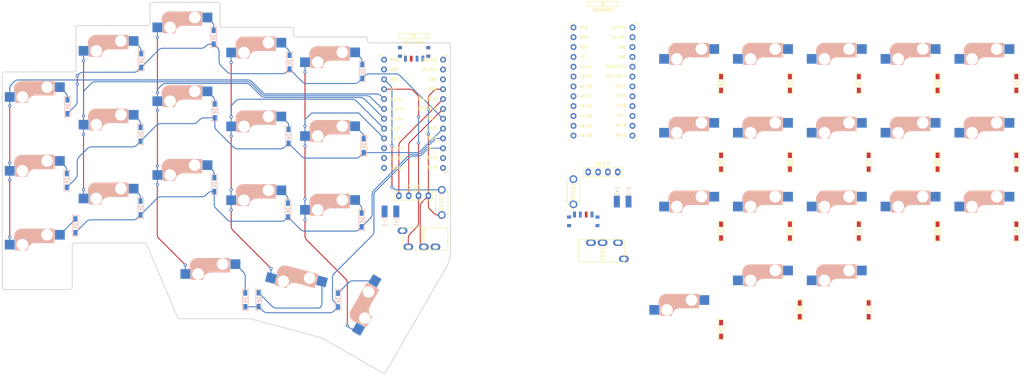
<source format=kicad_pcb>
(kicad_pcb (version 20211014) (generator pcbnew)
  (layers (0 "F.Cu" signal) (31 "B.Cu" signal) (34 "B.Paste" user) (35 "F.Paste" user) (36 "B.SilkS" user "B.Silkscreen") (37 "F.SilkS" user "F.Silkscreen") (38 "B.Mask" user) (39 "F.Mask" user) (44 "Edge.Cuts" user))
  (net 0 "")
  (net 1 "reset_r")
  (net 2 "GNDA")
  (net 3 "reset")
  (net 4 "GND")
  (net 5 "LED_r")
  (net 6 "data_r")
  (net 7 "SDA_r")
  (net 8 "SCL_r")
  (net 9 "row0_r")
  (net 10 "row1_r")
  (net 11 "row2_r")
  (net 12 "row3_r")
  (net 17 "col5_r")
  (net 18 "col4_r")
  (net 19 "col3_r")
  (net 20 "col2_r")
  (net 21 "col1_r")
  (net 22 "col0_r")
  (net 23 "VDD")
  (net 24 "raw_r")
  (net 25 "LED")
  (net 26 "data")
  (net 27 "SDA")
  (net 28 "SCL")
  (net 29 "row0")
  (net 30 "row1")
  (net 31 "row2")
  (net 32 "row3")
  (net 37 "col5")
  (net 38 "col4")
  (net 39 "col3")
  (net 40 "col2")
  (net 41 "col1")
  (net 42 "col0")
  (net 43 "VCC")
  (net 44 "raw")
  (net 45 "Net-(BT1-Pad2)")
  (net 47 "Net-(BT2-Pad2)")
  (net 51 "Net-(D3-Pad2)")
  (net 52 "Net-(D4-Pad2)")
  (net 53 "Net-(D5-Pad2)")
  (net 54 "Net-(D6-Pad2)")
  (net 55 "Net-(D7-Pad2)")
  (net 56 "Net-(D8-Pad2)")
  (net 57 "Net-(D19-Pad2)")
  (net 58 "Net-(D10-Pad2)")
  (net 59 "Net-(D11-Pad2)")
  (net 60 "Net-(D12-Pad2)")
  (net 61 "Net-(D13-Pad2)")
  (net 62 "Net-(D14-Pad2)")
  (net 63 "Net-(D15-Pad2)")
  (net 64 "Net-(D16-Pad2)")
  (net 65 "Net-(D17-Pad2)")
  (net 66 "Net-(D18-Pad2)")
  (net 67 "Net-(D20-Pad2)")
  (net 68 "Net-(D21-Pad2)")
  (net 69 "Net-(D22-Pad2)")
  (net 70 "Net-(D23-Pad2)")
  (net 71 "Net-(D24-Pad2)")
  (net 72 "Net-(D25-Pad2)")
  (net 73 "Net-(D26-Pad2)")
  (net 74 "Net-(D27-Pad2)")
  (net 75 "Net-(D28-Pad2)")
  (net 76 "Net-(D29-Pad2)")
  (net 77 "Net-(D30-Pad2)")
  (net 78 "Net-(D32-Pad2)")
  (net 79 "Net-(D33-Pad2)")
  (net 80 "Net-(D34-Pad2)")
  (net 81 "Net-(D35-Pad2)")
  (net 82 "Net-(D36-Pad2)")
  (net 83 "Net-(D31-Pad2)")
  (net 84 "Net-(D9-Pad2)")
  (net 85 "Net-(D1-Pad2)")
  (net 86 "Net-(D2-Pad2)")
  (footprint "kbd:CherryMX_Hotswap" (layer "F.Cu") (at 231.14 127)
    (fp_text reference "SW36" hide)
    (fp_text value "SW_PUSH" hide)
  )
  (footprint "kbd:ResetSW_1side" (layer "F.Cu") (at 162.56 101.6 -90)
    (fp_text reference "RSW3" hide)
    (fp_text value "SW_PUSH")
  )
  (footprint "kbd:CherryMX_Hotswap" (layer "F.Cu") (at 24.177906 98.732747)
    (fp_text reference "SW6" hide)
    (fp_text value "SW_PUSH" hide)
  )
  (footprint "kbd:CherryMX_Hotswap" (layer "F.Cu") (at 212.09 88.9)
    (fp_text reference "SW25" hide)
    (fp_text value "SW_PUSH" hide)
  )
  (footprint "kbd:CherryMX_Hotswap" (layer "F.Cu") (at 100.377906 70.706636)
    (fp_text reference "SW5" hide)
    (fp_text value "SW_PUSH" hide)
  )
  (footprint "kbd:ProMicro_v3" (layer "F.Cu") (at 121.307537 81.99458)
    (fp_text reference "U1" hide)
    (fp_text value "ProMicro" hide)
  )
  (footprint "kbd:Battery_pads" (layer "F.Cu") (at 175.26 104.14)
    (fp_text reference "BT2" hide)
    (fp_text value "Battery_Cell")
  )
  (footprint "kbd:OLED_1side" (layer "F.Cu") (at 117.507537 102.631859)
    (fp_text reference "J2")
    (fp_text value "OLED" hide)
  )
  (footprint "kbd:CherryMX_Hotswap" (layer "F.Cu") (at 43.227906 86.825516)
    (fp_text reference "SW7" hide)
    (fp_text value "SW_PUSH" hide)
  )
  (footprint "kbd:CherryMX_Hotswap" (layer "F.Cu") (at 81.327906 68.209691)
    (fp_text reference "SW4" hide)
    (fp_text value "SW_PUSH" hide)
  )
  (footprint "kbd:D3_SMD_v2" (layer "F.Cu") (at 276.86 73.66 90)
    (fp_text reference "D23" hide)
    (fp_text value "D" hide)
  )
  (footprint "kbd:ResetSW_1side" (layer "F.Cu") (at 128.587502 104.351672 90)
    (fp_text reference "RSW1" hide)
    (fp_text value "SW_PUSH")
  )
  (footprint "kbd:OLED_1side" (layer "F.Cu") (at 166.38 96.52)
    (fp_text reference "J4")
    (fp_text value "OLED" hide)
  )
  (footprint "kbd:D3_SMD_v2" (layer "F.Cu") (at 256.54 93.98 90)
    (fp_text reference "D27" hide)
    (fp_text value "D" hide)
  )
  (footprint "kbd:D3_SMD_v2" (layer "F.Cu") (at 238.76 93.98 90)
    (fp_text reference "D26" hide)
    (fp_text value "D" hide)
  )
  (footprint "kbd:CherryMX_Hotswap" (layer "F.Cu") (at 231.14 69.85)
    (fp_text reference "SW21" hide)
    (fp_text value "SW_PUSH" hide)
  )
  (footprint "kbd:CherryMX_Hotswap" (layer "F.Cu") (at 62.277906 80.76396)
    (fp_text reference "SW8" hide)
    (fp_text value "SW_PUSH" hide)
  )
  (footprint "kbd:MJ-4PP-9_1side" (layer "F.Cu") (at 130.251459 113.744369 -90)
    (fp_text reference "J1")
    (fp_text value "MJ-4PP-9" hide)
  )
  (footprint "kbd:CherryMX_Hotswap_1.5u" (layer "F.Cu") (at 112.808371 132.18591 60)
    (fp_text reference "SW18" hide)
    (fp_text value "SW_PUSH" hide)
  )
  (footprint "kbd:CherryMX_Hotswap" (layer "F.Cu") (at 212.09 69.85)
    (fp_text reference "SW20" hide)
    (fp_text value "SW_PUSH" hide)
  )
  (footprint "kbd:D3_SMD_v2" (layer "F.Cu") (at 218.44 73.66 90)
    (fp_text reference "D20" hide)
    (fp_text value "D" hide)
  )
  (footprint "kbd:CherryMX_Hotswap" (layer "F.Cu") (at 193.04 88.9)
    (fp_text reference "SW24" hide)
    (fp_text value "SW_PUSH" hide)
  )
  (footprint "kbd:D3_SMD_v2" (layer "F.Cu") (at 200.66 137.16 90)
    (fp_text reference "D34" hide)
    (fp_text value "D" hide)
  )
  (footprint "kbd:CherryMX_Hotswap" (layer "F.Cu") (at 100.377906 89.756636)
    (fp_text reference "SW10" hide)
    (fp_text value "SW_PUSH" hide)
  )
  (footprint "kbd:CherryMX_Hotswap" (layer "F.Cu") (at 250.19 107.95)
    (fp_text reference "SW32" hide)
    (fp_text value "SW_PUSH" hide)
  )
  (footprint "kbd:ProMicro_v3" (layer "F.Cu") (at 170.18 73.66)
    (fp_text reference "U2" hide)
    (fp_text value "ProMicro" hide)
  )
  (footprint "kbd:D3_SMD_v2" (layer "F.Cu") (at 236.22 111.76 90)
    (fp_text reference "D31" hide)
    (fp_text value "D" hide)
  )
  (footprint "kbd:CherryMX_Hotswap" (layer "F.Cu") (at 269.24 88.9)
    (fp_text reference "SW28" hide)
    (fp_text value "SW_PUSH" hide)
  )
  (footprint "kbd:CherryMX_Hotswap" (layer "F.Cu") (at 193.04 69.85)
    (fp_text reference "SW19" hide)
    (fp_text value "SW_PUSH" hide)
  )
  (footprint "kbd:CherryMX_Hotswap" (layer "F.Cu") (at 100.377906 108.806636)
    (fp_text reference "SW15" hide)
    (fp_text value "SW_PUSH" hide)
  )
  (footprint "kbd:CherryMX_Hotswap" (layer "F.Cu") (at 250.19 69.85)
    (fp_text reference "SW22" hide)
    (fp_text value "SW_PUSH" hide)
  )
  (footprint "kbd:CherryMX_Hotswap_1.5u" (layer "F.Cu") (at 190.5 134.62)
    (fp_text reference "SW34" hide)
    (fp_text value "SW_PUSH" hide)
  )
  (footprint "kbd:CherryMX_Hotswap" (layer "F.Cu") (at 231.14 107.95)
    (fp_text reference "SW31" hide)
    (fp_text value "SW_PUSH" hide)
  )
  (footprint "kbd:CherryMX_Hotswap" (layer "F.Cu") (at 269.24 107.95)
    (fp_text reference "SW33" hide)
    (fp_text value "SW_PUSH" hide)
  )
  (footprint "kbd:D3_SMD_v2" (layer "F.Cu") (at 276.86 111.76 90)
    (fp_text reference "D33" hide)
    (fp_text value "D" hide)
  )
  (footprint "kbd:D3_SMD_v2" (layer "F.Cu") (at 256.54 111.76 90)
    (fp_text reference "D32" hide)
    (fp_text value "D" hide)
  )
  (footprint "kbd:CherryMX_Hotswap" (layer "F.Cu") (at 231.14 88.9)
    (fp_text reference "SW26" hide)
    (fp_text value "SW_PUSH" hide)
  )
  (footprint "kbd:CherryMX_Hotswap" (layer "F.Cu") (at 62.277906 99.81396)
    (fp_text reference "SW13" hide)
    (fp_text value "SW_PUSH" hide)
  )
  (footprint "kbd:CherryMX_Hotswap" (layer "F.Cu") (at 250.19 88.9)
    (fp_text reference "SW27" hide)
    (fp_text value "SW_PUSH" hide)
  )
  (footprint "kbd:D3_SMD_v2" (layer "F.Cu") (at 276.86 93.98 90)
    (fp_text reference "D28" hide)
    (fp_text value "D" hide)
  )
  (footprint "kbd:D3_SMD_v2" (layer "F.Cu") (at 200.66 93.98 90)
    (fp_text reference "D24" hide)
    (fp_text value "D" hide)
  )
  (footprint "kbd:D3_SMD_v2" (layer "F.Cu") (at 220.98 132.08 90)
    (fp_text reference "D35" hide)
    (fp_text value "D" hide)
  )
  (footprint "kbd:CherryMX_Hotswap" (layer "F.Cu") (at 24.177906 79.682747)
    (fp_text reference "SW1" hide)
    (fp_text value "SW_PUSH" hide)
  )
  (footprint "kbd:CherryMX_Hotswap" (layer "F.Cu") (at 90.700867 128.14131 -15)
    (fp_text reference "SW17" hide)
    (fp_text value "SW_PUSH" hide)
  )
  (footprint "kbd:Power" (layer "F.Cu") (at 165.1 109.22)
    (fp_text reference "RSW4" hide)
    (fp_text value "SW_SPDT")
  )
  (footprint "kbd:CherryMX_Hotswap" (layer "F.Cu") (at 43.227906 105.875516)
    (fp_text reference "SW12" hide)
    (fp_text value "SW_PUSH" hide)
  )
  (footprint "kbd:CherryMX_Hotswap" (layer "F.Cu") (at 43.227906 67.775516)
    (fp_text reference "SW2" hide)
    (fp_text value "SW_PUSH" hide)
  )
  (footprint "kbd:D3_SMD_v2" (layer "F.Cu") (at 200.66 111.76 90)
    (fp_text reference "D29" hide)
    (fp_text value "D" hide)
  )
  (footprint "kbd:CherryMX_Hotswap" (layer "F.Cu") (at 69.49344 125.358484)
    (fp_text reference "SW16" hide)
    (fp_text value "SW_PUSH" hide)
  )
  (footprint "kbd:D3_SMD_v2" (layer "F.Cu") (at 238.76 132.08 90)
    (fp_text reference "D36" hide)
    (fp_text value "D" hide)
  )
  (footprint "kbd:CherryMX_Hotswap" (layer "F.Cu") (at 212.09 127)
    (fp_text reference "SW35" hide)
    (fp_text value "SW_PUSH" hide)
  )
  (footprint "kbd:CherryMX_Hotswap" (layer "F.Cu") (at 81.327906 87.259691)
    (fp_text reference "SW9" hide)
    (fp_text value "SW_PUSH" hide)
  )
  (footprint "kbd:D3_SMD_v2" (layer "F.Cu") (at 256.54 73.66 90)
    (fp_text reference "D22" hide)
    (fp_text value "D" hide)
  )
  (footprint "kbd:D3_SMD_v2" (layer "F.Cu") (at 236.22 73.66 90)
    (fp_text reference "D21" hide)
    (fp_text value "D" hide)
  )
  (footprint "kbd:CherryMX_Hotswap" (layer "F.Cu") (at 212.09 107.95)
    (fp_text reference "SW30" hide)
    (fp_text value "SW_PUSH" hide)
  )
  (footprint "kbd:D3_SMD_v2" (layer "F.Cu") (at 218.44 93.98 90)
    (fp_text reference "D25" hide)
    (fp_text value "D" hide)
  )
  (footprint "kbd:CherryMX_Hotswap" (layer "F.Cu") (at 81.327906 106.309691)
    (fp_text reference "SW14" hide)
    (fp_text value "SW_PUSH" hide)
  )
  (footprint "kbd:CherryMX_Hotswap" (layer "F.Cu") (at 269.24 69.85)
    (fp_text reference "SW23" hide)
    (fp_text value "SW_PUSH" hide)
  )
  (footprint "kbd:Battery_pads" (layer "F.Cu") (at 115.34 106.68 180)
    (fp_text reference "BT1" hide)
    (fp_text value "Battery_Cell")
  )
  (footprint "kbd:CherryMX_Hotswap" (layer "F.Cu") (at 24.177906 117.782747)
    (fp_text reference "SW11" hide)
    (fp_text value "SW_PUSH" hide)
  )
  (footprint "kbd:CherryMX_Hotswap" (layer "F.Cu") (at 62.277906 61.71396)
    (fp_text reference "SW3" hide)
    (fp_text value "SW_PUSH" hide)
  )
  (footprint "kbd:D3_SMD_v2" (layer "F.Cu") (at 200.66 73.66 90)
    (fp_text reference "D19" hide)
    (fp_text value "D" hide)
  )
  (footprint "kbd:D3_SMD_v2" (layer "F.Cu") (at 218.44 111.76 90)
    (fp_text reference "D30" hide)
    (fp_text value "D" hide)
  )
  (footprint "kbd:MJ-4PP-9_1side" (layer "F.Cu") (at 163.78 116.84 90)
    (fp_text reference "J3")
    (fp_text value "MJ-4PP-9" hide)
  )
  (footprint "kbd:CherryMX_Hotswap" (layer "F.Cu") (at 193.04 107.95)
    (fp_text reference "SW29" hide)
    (fp_text value "SW_PUSH" hide)
  )
  (footprint "kbd:D3_SMD_v2" (layer "B.Cu") (at 50.993398 67.751557 90)
    (fp_text reference "D2" hide)
    (fp_text value "D" hide)
  )
  (footprint "kbd:D3_SMD_v2" (layer "B.Cu") (at 31.839267 98.692846 90)
    (fp_text reference "D6" hide)
    (fp_text value "D" hide)
  )
  (footprint "kbd:D3_SMD_v2" (layer "B.Cu") (at 69.879639 99.764406 90)
    (fp_text reference "D13" hide)
    (fp_text value "D" hide)
  )
  (footprint "kbd:Power" (layer "B.Cu") (at 121.450235 65.503036)
    (fp_text reference "RSW2" hide)
    (fp_text value "SW_SPDT")
  )
  (footprint "kbd:D3_SMD_v2" (layer "B.Cu") (at 69.745694 61.724034 90)
    (fp_text reference "D3" hide)
    (fp_text value "D" hide)
  )
  (footprint "kbd:D3_SMD_v2" (layer "B.Cu") (at 34.01221 110.390784 90)
    (fp_text reference "D11" hide)
    (fp_text value "D" hide)
  )
  (footprint "kbd:D3_SMD_v2" (layer "B.Cu") (at 88.899825 106.327709 90)
    (fp_text reference "D14" hide)
    (fp_text value "D" hide)
  )
  (footprint "kbd:D3_SMD_v2" (layer "B.Cu") (at 89.03377 87.307523 90)
    (fp_text reference "D9" hide)
    (fp_text value "D" hide)
  )
  (footprint "kbd:D3_SMD_v2" (layer "B.Cu") (at 108.053956 70.564402 90)
    (fp_text reference "D5" hide)
    (fp_text value "D" hide)
  )
  (footprint "kbd:D3_SMD_v2" (layer "B.Cu") (at 70.013584 80.74422 90)
    (fp_text reference "D8" hide)
    (fp_text value "D" hide)
  )
  (footprint "kbd:D3_SMD_v2" (layer "B.Cu") (at 89.30166 68.153392 90)
    (fp_text reference "D4" hide)
    (fp_text value "D" hide)
  )
  (footprint "kbd:D3_SMD_v2" (layer "B.Cu") (at 50.859453 105.791929 90)
    (fp_text reference "D12" hide)
    (fp_text value "D" hide)
  )
  (footprint "kbd:D3_SMD_v2" (layer "B.Cu") (at 31.973212 79.67266 90)
    (fp_text reference "D1" hide)
    (fp_text value "D" hide)
  )
  (footprint "kbd:D3_SMD_v2" (layer "B.Cu") (at 107.920011 108.872664 90)
    (fp_text reference "D15" hide)
    (fp_text value "D" hide)
  )
  (footprint "kbd:D3_SMD_v2" (layer "B.Cu") (at 108.45579 89.718533 90)
    (fp_text reference "D10" hide)
    (fp_text value "D" hide)
  )
  (footprint "kbd:D3_SMD_v2" (layer "B.Cu") (at 81.319693 129.440794 90)
    (fp_text reference "D17" hide)
    (fp_text value "D" hide)
  )
  (footprint "kbd:D3_SMD_v2" (layer "B.Cu") (at 101.804724 129.559798 90)
    (fp_text reference "D18" hide)
    (fp_text value "D" hide)
  )
  (footprint "kbd:D3_SMD_v2" (layer "B.Cu") (at 77.86689 129.500325 90)
    (fp_text reference "D16" hide)
    (fp_text value "D" hide)
  )
  (footprint "kbd:D3_SMD_v2" (layer "B.Cu") (at 50.859453 86.771743 90)
    (fp_text reference "D7" hide)
    (fp_text value "D" hide)
  )
  (gr_arc (start 71.821123 59.172492) (mid 71.46757 59.026046) (end 71.321124 58.672493) (layer "Edge.Cuts") (width 0.2))
  (gr_line (start 43.246124 114.822492) (end 33.721124 114.822492) (layer "Edge.Cuts") (width 0.2))
  (gr_arc (start 53.271124 53.172493) (mid 53.417571 52.81894) (end 53.771124 52.672493) (layer "Edge.Cuts") (width 0.2))
  (gr_line (start 33.221125 115.322492) (end 33.221125 126.322493) (layer "Edge.Cuts") (width 0.2))
  (gr_line (start 81.346124 59.172493) (end 89.871124 59.172493) (layer "Edge.Cuts") (width 0.2))
  (gr_line (start 109.421124 62.172493) (end 109.421124 62.672493) (layer "Edge.Cuts") (width 0.2))
  (gr_line (start 97.446561 139.268921) (end 88.436868 136.854781) (layer "Edge.Cuts") (width 0.2))
  (gr_line (start 88.436868 136.854781) (end 79.427174 134.440641) (layer "Edge.Cuts") (width 0.2))
  (gr_arc (start 130.839125 117.02803) (mid 130.566532 119.098583) (end 129.767328 121.02803) (layer "Edge.Cuts") (width 0.2))
  (gr_line (start 32.721125 126.822493) (end 24.196124 126.822493) (layer "Edge.Cuts") (width 0.2))
  (gr_line (start 71.821124 59.172493) (end 81.346124 59.172493) (layer "Edge.Cuts") (width 0.2))
  (gr_line (start 78.909536 134.372493) (end 69.582015 134.372493) (layer "Edge.Cuts") (width 0.2))
  (gr_line (start 24.196124 126.822493) (end 15.671124 126.822493) (layer "Edge.Cuts") (width 0.2))
  (gr_line (start 62.296124 52.672493) (end 70.821124 52.672493) (layer "Edge.Cuts") (width 0.2))
  (gr_arc (start 108.921124 61.672493) (mid 109.274677 61.81894) (end 109.421124 62.172493) (layer "Edge.Cuts") (width 0.2))
  (gr_arc (start 34.221124 59.172493) (mid 34.367571 58.81894) (end 34.721124 58.672493) (layer "Edge.Cuts") (width 0.2))
  (gr_line (start 51.939985 114.822492) (end 43.246124 114.822492) (layer "Edge.Cuts") (width 0.2))
  (gr_arc (start 60.888155 134.372493) (mid 60.612073 134.28936) (end 60.427796 134.067607) (layer "Edge.Cuts") (width 0.2))
  (gr_arc (start 33.221125 126.322493) (mid 33.074678 126.676046) (end 32.721125 126.822493) (layer "Edge.Cuts") (width 0.2))
  (gr_arc (start 97.446561 139.268921) (mid 97.69429 139.353014) (end 97.928923 139.468722) (layer "Edge.Cuts") (width 0.2))
  (gr_line (start 34.221124 70.172493) (end 34.221124 59.172493) (layer "Edge.Cuts") (width 0.2))
  (gr_arc (start 70.821124 52.672493) (mid 71.174677 52.81894) (end 71.321124 53.172493) (layer "Edge.Cuts") (width 0.2))
  (gr_arc (start 51.939984 114.822493) (mid 52.216067 114.905625) (end 52.400344 115.127378) (layer "Edge.Cuts") (width 0.2))
  (gr_line (start 113.38966 148.394983) (end 97.928923 139.468722) (layer "Edge.Cuts") (width 0.2))
  (gr_line (start 24.196124 70.672493) (end 33.721124 70.672493) (layer "Edge.Cuts") (width 0.2))
  (gr_line (start 53.271124 58.172493) (end 53.271124 53.172493) (layer "Edge.Cuts") (width 0.2))
  (gr_line (start 53.771124 52.672493) (end 62.296124 52.672493) (layer "Edge.Cuts") (width 0.2))
  (gr_arc (start 15.671124 126.822493) (mid 15.317571 126.676046) (end 15.171124 126.322493) (layer "Edge.Cuts") (width 0.2))
  (gr_line (start 90.371124 59.672493) (end 90.371124 61.172493) (layer "Edge.Cuts") (width 0.2))
  (gr_line (start 43.246124 58.672493) (end 52.771125 58.672493) (layer "Edge.Cuts") (width 0.2))
  (gr_arc (start 15.171124 71.172493) (mid 15.317571 70.81894) (end 15.671124 70.672493) (layer "Edge.Cuts") (width 0.2))
  (gr_arc (start 89.871124 59.172493) (mid 90.224677 59.31894) (end 90.371124 59.672493) (layer "Edge.Cuts") (width 0.2))
  (gr_line (start 130.839124 63.67469) (end 130.839124 117.02803) (layer "Edge.Cuts") (width 0.2))
  (gr_line (start 100.396124 61.672493) (end 108.921124 61.672493) (layer "Edge.Cuts") (width 0.2))
  (gr_arc (start 90.871124 61.672493) (mid 90.517571 61.526046) (end 90.371124 61.172493) (layer "Edge.Cuts") (width 0.2))
  (gr_line (start 109.921174 63.172493) (end 130.339178 63.17469) (layer "Edge.Cuts") (width 0.2))
  (gr_arc (start 109.921174 63.172493) (mid 109.567588 63.026064) (end 109.421124 62.672493) (layer "Edge.Cuts") (width 0.2))
  (gr_arc (start 130.339178 63.17469) (mid 130.692696 63.321156) (end 130.839124 63.67469) (layer "Edge.Cuts") (width 0.2))
  (gr_line (start 15.171124 126.322493) (end 15.171124 71.172494) (layer "Edge.Cuts") (width 0.2))
  (gr_arc (start 53.271125 58.172493) (mid 53.124678 58.526046) (end 52.771125 58.672493) (layer "Edge.Cuts") (width 0.2))
  (gr_line (start 15.671124 70.672493) (end 24.196124 70.672493) (layer "Edge.Cuts") (width 0.2))
  (gr_line (start 69.582015 134.372493) (end 60.888155 134.372493) (layer "Edge.Cuts") (width 0.2))
  (gr_line (start 60.427796 134.067607) (end 52.400344 115.127378) (layer "Edge.Cuts") (width 0.2))
  (gr_arc (start 114.072673 148.21197) (mid 113.76907 148.444933) (end 113.38966 148.394983) (layer "Edge.Cuts") (width 0.2))
  (gr_line (start 71.321124 53.172493) (end 71.321124 58.672493) (layer "Edge.Cuts") (width 0.2))
  (gr_line (start 90.871124 61.672493) (end 100.396124 61.672493) (layer "Edge.Cuts") (width 0.2))
  (gr_line (start 34.721124 58.672493) (end 43.246124 58.672493) (layer "Edge.Cuts") (width 0.2))
  (gr_line (start 129.767328 121.02803) (end 114.072673 148.21197) (layer "Edge.Cuts") (width 0.2))
  (gr_arc (start 33.221125 115.322493) (mid 33.367571 114.968939) (end 33.721124 114.822492) (layer "Edge.Cuts") (width 0.2))
  (gr_arc (start 78.909536 134.372493) (mid 79.170588 134.389603) (end 79.427174 134.440641) (layer "Edge.Cuts") (width 0.2))
  (gr_arc (start 34.221123 70.172494) (mid 34.074677 70.526047) (end 33.721124 70.672493) (layer "Edge.Cuts") (width 0.2))
  (segment (start 115.728772 100.409345) (end 115.728772 89.693747) (width 0.25) (layer "F.Cu") (net 3))
  (via (at 115.728772 100.409345) (size 0.8) (drill 0.4) (layers "F.Cu" "B.Cu") (net 3))
  (via (at 115.728772 89.693747) (size 0.8) (drill 0.4) (layers "F.Cu" "B.Cu") (net 3))
  (segment (start 128.587502 101.101672) (end 117.042419 101.101672) (width 0.25) (layer "B.Cu") (net 3))
  (segment (start 115.728772 89.693747) (end 115.728772 75.247735) (width 0.25) (layer "B.Cu") (net 3))
  (segment (start 115.289432 74.187075) (end 113.698937 72.59658) (width 0.25) (layer "B.Cu") (net 3))
  (segment (start 115.981759 100.662332) (end 115.728772 100.409345) (width 0.25) (layer "B.Cu") (net 3))
  (arc (start 115.289432 74.187075) (mid 115.614591 74.67371) (end 115.728772 75.247735) (width 0.25) (layer "B.Cu") (net 3))
  (arc (start 115.981759 100.662332) (mid 116.468394 100.987491) (end 117.042419 101.101672) (width 0.25) (layer "B.Cu") (net 3))
  (segment (start 123.476397 115.369307) (end 123.951459 115.844369) (width 0.25) (layer "F.Cu") (net 4))
  (segment (start 125.127537 102.631859) (end 124.46 103.299396) (width 0.25) (layer "F.Cu") (net 4))
  (segment (start 125.574006 76.475065) (end 126.473151 75.57592) (width 0.25) (layer "F.Cu") (net 4))
  (segment (start 125.127537 102.631859) (end 123.476397 104.282999) (width 0.25) (layer "F.Cu") (net 4))
  (segment (start 125.127537 86.764009) (end 125.134666 86.75688) (width 0.25) (layer "F.Cu") (net 4))
  (segment (start 123.037057 105.343659) (end 123.037057 114.308647) (width 0.25) (layer "F.Cu") (net 4))
  (segment (start 127.605907 107.601672) (end 128.587502 107.601672) (width 0.25) (layer "F.Cu") (net 4))
  (segment (start 125.127537 102.631859) (end 125.127537 86.764009) (width 0.25) (layer "F.Cu") (net 4))
  (segment (start 125.566877 106.183962) (end 126.545247 107.162332) (width 0.25) (layer "F.Cu") (net 4))
  (segment (start 125.134666 80.367209) (end 125.134666 77.535725) (width 0.25) (layer "F.Cu") (net 4))
  (segment (start 125.127537 102.631859) (end 125.127537 105.123302) (width 0.25) (layer "F.Cu") (net 4))
  (segment (start 127.533811 75.13658) (end 128.918937 75.13658) (width 0.25) (layer "F.Cu") (net 4))
  (via (at 125.134666 80.367209) (size 0.8) (drill 0.4) (layers "F.Cu" "B.Cu") (net 4))
  (via (at 125.127537 86.764009) (size 0.8) (drill 0.4) (layers "F.Cu" "B.Cu") (net 4))
  (arc (start 125.574006 76.475065) (mid 125.248847 76.9617) (end 125.134666 77.535725) (width 0.25) (layer "F.Cu") (net 4))
  (arc (start 126.473151 75.57592) (mid 126.959786 75.250761) (end 127.533811 75.13658) (width 0.25) (layer "F.Cu") (net 4))
  (arc (start 123.476397 115.369307) (mid 123.151238 114.882672) (end 123.037057 114.308647) (width 0.25) (layer "F.Cu") (net 4))
  (arc (start 126.545247 107.162332) (mid 127.031882 107.487491) (end 127.605907 107.601672) (width 0.25) (layer "F.Cu") (net 4))
  (arc (start 123.037057 105.343659) (mid 123.151238 104.769634) (end 123.476397 104.282999) (width 0.25) (layer "F.Cu") (net 4))
  (arc (start 125.566877 106.183962) (mid 125.241718 105.697327) (end 125.127537 105.123302) (width 0.25) (layer "F.Cu") (net 4))
  (segment (start 125.134666 86.75688) (end 125.134666 80.367209) (width 0.25) (layer "B.Cu") (net 4))
  (segment (start 125.127537 86.764009) (end 125.134666 86.75688) (width 0.25) (layer "B.Cu") (net 4))
  (segment (start 117.946877 88.64864) (end 128.918937 77.67658) (width 0.25) (layer "F.Cu") (net 27))
  (segment (start 117.507537 102.631859) (end 117.507537 89.7093) (width 0.25) (layer "F.Cu") (net 27))
  (arc (start 117.507537 89.7093) (mid 117.621718 89.135275) (end 117.946877 88.64864) (width 0.25) (layer "F.Cu") (net 27))
  (segment (start 120.486877 88.64864) (end 128.918937 80.21658) (width 0.25) (layer "F.Cu") (net 28))
  (segment (start 120.047537 102.631859) (end 120.047537 89.7093) (width 0.25) (layer "F.Cu") (net 28))
  (arc (start 120.486877 88.64864) (mid 120.161718 89.135275) (end 120.047537 89.7093) (width 0.25) (layer "F.Cu") (net 28))
  (segment (start 34.528134 71.635942) (end 34.528134 73.779062) (width 0.25) (layer "F.Cu") (net 29))
  (via (at 34.528134 73.779062) (size 0.8) (drill 0.4) (layers "F.Cu" "B.Cu") (net 29))
  (via (at 34.528134 71.635942) (size 0.8) (drill 0.4) (layers "F.Cu" "B.Cu") (net 29))
  (segment (start 108.053956 72.339402) (end 107.172698 73.22066) (width 0.25) (layer "B.Cu") (net 29))
  (segment (start 128.918937 82.75658) (end 117.775055 71.612698) (width 0.25) (layer "B.Cu") (net 29))
  (segment (start 34.488446 73.81875) (end 34.488446 78.311106) (width 0.25) (layer "B.Cu") (net 29))
  (segment (start 87.488732 71.12) (end 74.246083 71.12) (width 0.25) (layer "B.Cu") (net 29))
  (segment (start 108.78066 71.612698) (end 108.053956 72.339402) (width 0.25) (layer "B.Cu") (net 29))
  (segment (start 70.68066 64.370364) (end 69.80933 63.499034) (width 0.25) (layer "B.Cu") (net 29))
  (segment (start 106.112038 73.66) (end 93.654588 73.66) (width 0.25) (layer "B.Cu") (net 29))
  (segment (start 73.185423 70.68066) (end 71.55934 69.054577) (width 0.25) (layer "B.Cu") (net 29))
  (segment (start 50.993398 69.526557) (end 50.196482 70.323473) (width 0.25) (layer "B.Cu") (net 29))
  (segment (start 89.30166 69.928392) (end 88.549392 70.68066) (width 0.25) (layer "B.Cu") (net 29))
  (segment (start 34.528134 73.779062) (end 34.488446 73.81875) (width 0.25) (layer "B.Cu") (net 29))
  (segment (start 71.12 67.993917) (end 71.12 65.431024) (width 0.25) (layer "B.Cu") (net 29))
  (segment (start 69.745694 63.499034) (end 68.845111 63.499034) (width 0.25) (layer "B.Cu") (net 29))
  (segment (start 55.509036 65.010919) (end 50.993398 69.526557) (width 0.25) (layer "B.Cu") (net 29))
  (segment (start 69.80933 63.499034) (end 69.745694 63.499034) (width 0.25) (layer "B.Cu") (net 29))
  (segment (start 92.593928 73.22066) (end 89.30166 69.928392) (width 0.25) (layer "B.Cu") (net 29))
  (segment (start 116.714395 71.173358) (end 109.84132 71.173358) (width 0.25) (layer "B.Cu") (net 29))
  (segment (start 34.049106 79.371766) (end 31.973212 81.44766) (width 0.25) (layer "B.Cu") (net 29))
  (segment (start 67.784451 63.938374) (end 67.590586 64.132239) (width 0.25) (layer "B.Cu") (net 29))
  (segment (start 34.961923 71.202153) (end 34.528134 71.635942) (width 0.25) (layer "B.Cu") (net 29))
  (segment (start 66.529926 64.571579) (end 56.569696 64.571579) (width 0.25) (layer "B.Cu") (net 29))
  (segment (start 49.135822 70.762813) (end 36.022583 70.762813) (width 0.25) (layer "B.Cu") (net 29))
  (arc (start 68.845111 63.499034) (mid 68.271086 63.613215) (end 67.784451 63.938374) (width 0.25) (layer "B.Cu") (net 29))
  (arc (start 108.78066 71.612698) (mid 109.267295 71.287539) (end 109.84132 71.173358) (width 0.25) (layer "B.Cu") (net 29))
  (arc (start 87.488732 71.12) (mid 88.062757 71.005819) (end 88.549392 70.68066) (width 0.25) (layer "B.Cu") (net 29))
  (arc (start 34.049106 79.371766) (mid 34.374265 78.885131) (end 34.488446 78.311106) (width 0.25) (layer "B.Cu") (net 29))
  (arc (start 56.569696 64.571579) (mid 55.995671 64.68576) (end 55.509036 65.010919) (width 0.25) (layer "B.Cu") (net 29))
  (arc (start 116.714395 71.173358) (mid 117.28842 71.287539) (end 117.775055 71.612698) (width 0.25) (layer "B.Cu") (net 29))
  (arc (start 74.246083 71.12) (mid 73.672058 71.005819) (end 73.185423 70.68066) (width 0.25) (layer "B.Cu") (net 29))
  (arc (start 70.68066 64.370364) (mid 71.005819 64.856999) (end 71.12 65.431024) (width 0.25) (layer "B.Cu") (net 29))
  (arc (start 36.022583 70.762813) (mid 35.448558 70.876994) (end 34.961923 71.202153) (width 0.25) (layer "B.Cu") (net 29))
  (arc (start 93.654588 73.66) (mid 93.080563 73.545819) (end 92.593928 73.22066) (width 0.25) (layer "B.Cu") (net 29))
  (arc (start 49.135822 70.762813) (mid 49.709847 70.648632) (end 50.196482 70.323473) (width 0.25) (layer "B.Cu") (net 29))
  (arc (start 71.12 67.993917) (mid 71.234181 68.567942) (end 71.55934 69.054577) (width 0.25) (layer "B.Cu") (net 29))
  (arc (start 107.172698 73.22066) (mid 106.686063 73.545819) (end 106.112038 73.66) (width 0.25) (layer "B.Cu") (net 29))
  (arc (start 66.529926 64.571579) (mid 67.103951 64.457398) (end 67.590586 64.132239) (width 0.25) (layer "B.Cu") (net 29))
  (segment (start 108.45579 91.493533) (end 107.48023 92.469093) (width 0.25) (layer "B.Cu") (net 30))
  (segment (start 50.859453 88.546743) (end 49.834283 89.571913) (width 0.25) (layer "B.Cu") (net 30))
  (segment (start 89.03377 89.082523) (end 88.028444 90.087849) (width 0.25) (layer "B.Cu") (net 30))
  (segment (start 106.41957 92.908433) (end 93.481 92.908433) (width 0.25) (layer "B.Cu") (net 30))
  (segment (start 64.458153 84.018456) (end 56.00906 84.018456) (width 0.25) (layer "B.Cu") (net 30))
  (segment (start 34.078276 98.228837) (end 31.839267 100.467846) (width 0.25) (layer "B.Cu") (net 30))
  (segment (start 66.139369 82.95856) (end 65.518813 83.579116) (width 0.25) (layer "B.Cu") (net 30))
  (segment (start 34.517616 93.688503) (end 34.517616 97.168177) (width 0.25) (layer "B.Cu") (net 30))
  (segment (start 37.134206 90.450593) (end 34.956956 92.627843) (width 0.25) (layer "B.Cu") (net 30))
  (segment (start 48.773623 90.011253) (end 38.194866 90.011253) (width 0.25) (layer "B.Cu") (net 30))
  (segment (start 74.847849 90.087849) (end 70.452924 85.692924) (width 0.25) (layer "B.Cu") (net 30))
  (segment (start 70.013584 82.51922) (end 67.200029 82.51922) (width 0.25) (layer "B.Cu") (net 30))
  (segment (start 70.013584 84.632264) (end 70.013584 82.51922) (width 0.25) (layer "B.Cu") (net 30))
  (segment (start 128.918937 85.29658) (end 123.161324 91.054193) (width 0.25) (layer "B.Cu") (net 30))
  (segment (start 122.100664 91.493533) (end 108.45579 91.493533) (width 0.25) (layer "B.Cu") (net 30))
  (segment (start 54.9484 84.457796) (end 50.859453 88.546743) (width 0.25) (layer "B.Cu") (net 30))
  (segment (start 92.42034 92.469093) (end 89.03377 89.082523) (width 0.25) (layer "B.Cu") (net 30))
  (segment (start 86.967784 90.527189) (end 75.908509 90.527189) (width 0.25) (layer "B.Cu") (net 30))
  (arc (start 67.200029 82.51922) (mid 66.626004 82.633401) (end 66.139369 82.95856) (width 0.25) (layer "B.Cu") (net 30))
  (arc (start 86.967784 90.527189) (mid 87.541809 90.413008) (end 88.028444 90.087849) (width 0.25) (layer "B.Cu") (net 30))
  (arc (start 106.41957 92.908433) (mid 106.993595 92.794252) (end 107.48023 92.469093) (width 0.25) (layer "B.Cu") (net 30))
  (arc (start 70.452924 85.692924) (mid 70.127765 85.206289) (end 70.013584 84.632264) (width 0.25) (layer "B.Cu") (net 30))
  (arc (start 93.481 92.908433) (mid 92.906975 92.794252) (end 92.42034 92.469093) (width 0.25) (layer "B.Cu") (net 30))
  (arc (start 64.458153 84.018456) (mid 65.032178 83.904275) (end 65.518813 83.579116) (width 0.25) (layer "B.Cu") (net 30))
  (arc (start 34.956956 92.627843) (mid 34.631797 93.114478) (end 34.517616 93.688503) (width 0.25) (layer "B.Cu") (net 30))
  (arc (start 37.134206 90.450593) (mid 37.620841 90.125434) (end 38.194866 90.011253) (width 0.25) (layer "B.Cu") (net 30))
  (arc (start 56.00906 84.018456) (mid 55.435035 84.132637) (end 54.9484 84.457796) (width 0.25) (layer "B.Cu") (net 30))
  (arc (start 48.773623 90.011253) (mid 49.347648 89.897072) (end 49.834283 89.571913) (width 0.25) (layer "B.Cu") (net 30))
  (arc (start 34.078276 98.228837) (mid 34.403435 97.742202) (end 34.517616 97.168177) (width 0.25) (layer "B.Cu") (net 30))
  (arc (start 123.161324 91.054193) (mid 122.674689 91.379352) (end 122.100664 91.493533) (width 0.25) (layer "B.Cu") (net 30))
  (arc (start 75.908509 90.527189) (mid 75.334484 90.413008) (end 74.847849 90.087849) (width 0.25) (layer "B.Cu") (net 30))
  (segment (start 128.918937 87.83658) (end 127.635975 87.83658) (width 0.25) (layer "B.Cu") (net 31))
  (segment (start 68.201254 101.978746) (end 67.729474 102.450526) (width 0.25) (layer "B.Cu") (net 31))
  (segment (start 69.879639 104.840786) (end 69.879639 101.539406) (width 0.25) (layer "B.Cu") (net 31))
  (segment (start 69.879639 101.539406) (end 69.261914 101.539406) (width 0.25) (layer "B.Cu") (net 31))
  (segment (start 48.962086 108.842976) (end 37.956338 108.842976) (width 0.25) (layer "B.Cu") (net 31))
  (segment (start 110.188458 108.379217) (end 107.920011 110.647664) (width 0.25) (layer "B.Cu") (net 31))
  (segment (start 88.899825 108.102709) (end 88.221874 108.78066) (width 0.25) (layer "B.Cu") (net 31))
  (segment (start 50.859453 107.566929) (end 50.022746 108.403636) (width 0.25) (layer "B.Cu") (net 31))
  (segment (start 92.117776 111.32066) (end 88.899825 108.102709) (width 0.25) (layer "B.Cu") (net 31))
  (segment (start 66.668814 102.889866) (end 56.157836 102.889866) (width 0.25) (layer "B.Cu") (net 31))
  (segment (start 55.097176 103.329206) (end 50.859453 107.566929) (width 0.25) (layer "B.Cu") (net 31))
  (segment (start 126.575315 88.27592) (end 123.347521 91.503713) (width 0.25) (layer "B.Cu") (net 31))
  (segment (start 110.627798 102.268758) (end 110.627798 107.318557) (width 0.25) (layer "B.Cu") (net 31))
  (segment (start 87.161214 109.22) (end 74.258853 109.22) (width 0.25) (layer "B.Cu") (net 31))
  (segment (start 73.198193 108.78066) (end 70.318979 105.901446) (width 0.25) (layer "B.Cu") (net 31))
  (segment (start 107.920011 110.647664) (end 107.247015 111.32066) (width 0.25) (layer "B.Cu") (net 31))
  (segment (start 36.895678 109.282316) (end 34.01221 112.165784) (width 0.25) (layer "B.Cu") (net 31))
  (segment (start 106.186355 111.76) (end 93.178436 111.76) (width 0.25) (layer "B.Cu") (net 31))
  (segment (start 122.286861 91.943053) (end 120.953503 91.943053) (width 0.25) (layer "B.Cu") (net 31))
  (segment (start 119.892843 92.382393) (end 111.067138 101.208098) (width 0.25) (layer "B.Cu") (net 31))
  (arc (start 93.178436 111.76) (mid 92.604411 111.645819) (end 92.117776 111.32066) (width 0.25) (layer "B.Cu") (net 31))
  (arc (start 122.286861 91.943053) (mid 122.860886 91.828872) (end 123.347521 91.503713) (width 0.25) (layer "B.Cu") (net 31))
  (arc (start 111.067138 101.208098) (mid 110.741979 101.694733) (end 110.627798 102.268758) (width 0.25) (layer "B.Cu") (net 31))
  (arc (start 37.956338 108.842976) (mid 37.382313 108.957157) (end 36.895678 109.282316) (width 0.25) (layer "B.Cu") (net 31))
  (arc (start 119.892843 92.382393) (mid 120.379478 92.057234) (end 120.953503 91.943053) (width 0.25) (layer "B.Cu") (net 31))
  (arc (start 87.161214 109.22) (mid 87.735239 109.105819) (end 88.221874 108.78066) (width 0.25) (layer "B.Cu") (net 31))
  (arc (start 67.729474 102.450526) (mid 67.242839 102.775685) (end 66.668814 102.889866) (width 0.25) (layer "B.Cu") (net 31))
  (arc (start 74.258853 109.22) (mid 73.684828 109.105819) (end 73.198193 108.78066) (width 0.25) (layer "B.Cu") (net 31))
  (arc (start 70.318979 105.901446) (mid 69.99382 105.414811) (end 69.879639 104.840786) (width 0.25) (layer "B.Cu") (net 31))
  (arc (start 55.097176 103.329206) (mid 55.583811 103.004047) (end 56.157836 102.889866) (width 0.25) (layer "B.Cu") (net 31))
  (arc (start 127.635975 87.83658) (mid 127.06195 87.950761) (end 126.575315 88.27592) (width 0.25) (layer "B.Cu") (net 31))
  (arc (start 110.627798 107.318557) (mid 110.513617 107.892582) (end 110.188458 108.379217) (width 0.25) (layer "B.Cu") (net 31))
  (arc (start 106.186355 111.76) (mid 106.76038 111.645819) (end 107.247015 111.32066) (width 0.25) (layer "B.Cu") (net 31))
  (arc (start 48.962086 108.842976) (mid 49.536111 108.728795) (end 50.022746 108.403636) (width 0.25) (layer "B.Cu") (net 31))
  (arc (start 68.201254 101.978746) (mid 68.687889 101.653587) (end 69.261914 101.539406) (width 0.25) (layer "B.Cu") (net 31))
  (segment (start 122.473058 92.392573) (end 121.198159 92.392573) (width 0.25) (layer "B.Cu") (net 32))
  (segment (start 120.137499 92.831913) (end 111.516658 101.452754) (width 0.25) (layer "B.Cu") (net 32))
  (segment (start 99.710877 132.807325) (end 83.532544 132.807325) (width 0.25) (layer "B.Cu") (net 32))
  (segment (start 100.369697 123.771623) (end 100.369697 128.958377) (width 0.25) (layer "B.Cu") (net 32))
  (segment (start 82.471884 132.367985) (end 81.319693 131.215794) (width 0.25) (layer "B.Cu") (net 32))
  (segment (start 128.918937 90.37658) (end 125.731691 90.37658) (width 0.25) (layer "B.Cu") (net 32))
  (segment (start 81.260162 131.275325) (end 81.319693 131.215794) (width 0.25) (layer "B.Cu") (net 32))
  (segment (start 100.809037 130.019037) (end 101.804724 131.014724) (width 0.25) (layer "B.Cu") (net 32))
  (segment (start 77.86689 131.275325) (end 81.260162 131.275325) (width 0.25) (layer "B.Cu") (net 32))
  (segment (start 101.804724 131.334798) (end 100.771537 132.367985) (width 0.25) (layer "B.Cu") (net 32))
  (segment (start 110.637978 112.882022) (end 100.809037 122.710963) (width 0.25) (layer "B.Cu") (net 32))
  (segment (start 124.671031 90.81592) (end 123.533718 91.953233) (width 0.25) (layer "B.Cu") (net 32))
  (segment (start 111.077318 102.513414) (end 111.077318 111.821362) (width 0.25) (layer "B.Cu") (net 32))
  (segment (start 101.804724 131.014724) (end 101.804724 131.334798) (width 0.25) (layer "B.Cu") (net 32))
  (arc (start 100.771537 132.367985) (mid 100.284902 132.693144) (end 99.710877 132.807325) (width 0.25) (layer "B.Cu") (net 32))
  (arc (start 123.533718 91.953233) (mid 123.047083 92.278392) (end 122.473058 92.392573) (width 0.25) (layer "B.Cu") (net 32))
  (arc (start 100.369697 128.958377) (mid 100.483878 129.532402) (end 100.809037 130.019037) (width 0.25) (layer "B.Cu") (net 32))
  (arc (start 111.077318 111.821362) (mid 110.963137 112.395387) (end 110.637978 112.882022) (width 0.25) (layer "B.Cu") (net 32))
  (arc (start 124.671031 90.81592) (mid 125.157666 90.490761) (end 125.731691 90.37658) (width 0.25) (layer "B.Cu") (net 32))
  (arc (start 83.532544 132.807325) (mid 82.958519 132.693144) (end 82.471884 132.367985) (width 0.25) (layer "B.Cu") (net 32))
  (arc (start 111.077318 102.513414) (mid 111.191499 101.939389) (end 111.516658 101.452754) (width 0.25) (layer "B.Cu") (net 32))
  (arc (start 121.198159 92.392573) (mid 120.624134 92.506754) (end 120.137499 92.831913) (width 0.25) (layer "B.Cu") (net 32))
  (arc (start 100.369697 123.771623) (mid 100.483878 123.197598) (end 100.809037 122.710963) (width 0.25) (layer "B.Cu") (net 32))
  (segment (start 93.292906 89.809546) (end 93.292906 103.488518) (width 0.25) (layer "F.Cu") (net 38))
  (segment (start 93.292906 108.886004) (end 93.292906 112.991586) (width 0.25) (layer "F.Cu") (net 38))
  (segment (start 93.292906 70.706629) (end 93.292906 84.650184) (width 0.25) (layer "F.Cu") (net 38))
  (segment (start 93.732246 114.052246) (end 103.769333 124.089333) (width 0.25) (layer "F.Cu") (net 38))
  (segment (start 104.208673 125.149993) (end 104.208673 136.138889) (width 0.25) (layer "F.Cu") (net 38))
  (via (at 93.292906 89.809546) (size 0.8) (drill 0.4) (layers "F.Cu" "B.Cu") (net 38))
  (via (at 93.292906 108.886004) (size 0.8) (drill 0.4) (layers "F.Cu" "B.Cu") (net 38))
  (via (at 104.208673 136.138889) (size 0.8) (drill 0.4) (layers "F.Cu" "B.Cu") (net 38))
  (via (at 93.292906 70.706629) (size 0.8) (drill 0.4) (layers "F.Cu" "B.Cu") (net 38))
  (via (at 93.292906 84.650184) (size 0.8) (drill 0.4) (layers "F.Cu" "B.Cu") (net 38))
  (via (at 93.292906 103.488518) (size 0.8) (drill 0.4) (layers "F.Cu" "B.Cu") (net 38))
  (arc (start 104.208673 125.149993) (mid 104.094492 124.575968) (end 103.769333 124.089333) (width 0.25) (layer "F.Cu") (net 38))
  (arc (start 93.292906 112.991586) (mid 93.407087 113.565611) (end 93.732246 114.052246) (width 0.25) (layer "F.Cu") (net 38))
  (segment (start 93.292906 82.998972) (end 93.292906 84.650184) (width 0.25) (layer "B.Cu") (net 38))
  (segment (start 93.292906 87.216636) (end 93.292906 89.809546) (width 0.25) (layer "B.Cu") (net 38))
  (segment (start 107.15621 81.28) (end 95.011878 81.28) (width 0.25) (layer "B.Cu") (net 38))
  (segment (start 113.698937 87.83658) (end 113.698937 87.822727) (width 0.25) (layer "B.Cu") (net 38))
  (segment (start 93.292906 106.266636) (end 93.292906 108.886004) (width 0.25) (layer "B.Cu") (net 38))
  (segment (start 104.682144 136.61236) (end 104.208673 136.138889) (width 0.25) (layer "B.Cu") (net 38))
  (segment (start 93.292906 68.166636) (end 93.292906 70.706629) (width 0.25) (layer "B.Cu") (net 38))
  (segment (start 93.292906 87.216636) (end 93.292906 84.650184) (width 0.25) (layer "B.Cu") (net 38))
  (segment (start 93.292906 106.266636) (end 93.292906 103.488518) (width 0.25) (layer "B.Cu") (net 38))
  (segment (start 107.066166 137.0517) (end 105.742804 137.0517) (width 0.25) (layer "B.Cu") (net 38))
  (segment (start 95.011878 81.28) (end 93.292906 82.998972) (width 0.25) (layer "B.Cu") (net 38))
  (segment (start 113.698937 87.822727) (end 107.15621 81.28) (width 0.25) (layer "B.Cu") (net 38))
  (arc (start 104.682144 136.61236) (mid 105.168779 136.937519) (end 105.742804 137.0517) (width 0.25) (layer "B.Cu") (net 38))
  (segment (start 74.242081 68.20959) (end 74.242081 82.258929) (width 0.25) (layer "F.Cu") (net 39))
  (segment (start 74.242906 68.208765) (end 74.242081 68.20959) (width 0.25) (layer "F.Cu") (net 39))
  (segment (start 74.242906 87.232297) (end 74.242906 101.070947) (width 0.25) (layer "F.Cu") (net 39))
  (segment (start 74.242906 106.283226) (end 74.242906 110.491257) (width 0.25) (layer "F.Cu") (net 39))
  (segment (start 74.682246 111.551917) (end 84.53436 121.404031) (width 0.25) (layer "F.Cu") (net 39))
  (via (at 74.242906 101.070947) (size 0.8) (drill 0.4) (layers "F.Cu" "B.Cu") (net 39))
  (via (at 84.53436 121.404031) (size 0.8) (drill 0.4) (layers "F.Cu" "B.Cu") (net 39))
  (via (at 74.242906 106.283226) (size 0.8) (drill 0.4) (layers "F.Cu" "B.Cu") (net 39))
  (via (at 74.242906 68.208765) (size 0.8) (drill 0.4) (layers "F.Cu" "B.Cu") (net 39))
  (via (at 74.242906 87.232297) (size 0.8) (drill 0.4) (layers "F.Cu" "B.Cu") (net 39))
  (via (at 74.242081 82.258929) (size 0.8) (drill 0.4) (layers "F.Cu" "B.Cu") (net 39))
  (arc (start 74.682246 111.551917) (mid 74.357087 111.065282) (end 74.242906 110.491257) (width 0.25) (layer "F.Cu") (net 39))
  (segment (start 74.242906 84.719691) (end 74.242906 87.232297) (width 0.25) (layer "B.Cu") (net 39))
  (segment (start 84.514683 123.854125) (end 84.514683 121.423708) (width 0.25) (layer "B.Cu") (net 39))
  (segment (start 74.242906 84.719691) (end 74.242906 82.259754) (width 0.25) (layer "B.Cu") (net 39))
  (segment (start 113.698937 85.29658) (end 106.569668 78.167311) (width 0.25) (layer "B.Cu") (net 39))
  (segment (start 74.242906 103.769691) (end 74.242906 106.283226) (width 0.25) (layer "B.Cu") (net 39))
  (segment (start 74.242906 65.669691) (end 74.242906 68.208765) (width 0.25) (layer "B.Cu") (net 39))
  (segment (start 74.242081 79.969912) (end 74.242081 82.258929) (width 0.25) (layer "B.Cu") (net 39))
  (segment (start 74.242906 68.208765) (end 74.242081 68.20959) (width 0.25) (layer "B.Cu") (net 39))
  (segment (start 84.514683 121.423708) (end 84.53436 121.404031) (width 0.25) (layer "B.Cu") (net 39))
  (segment (start 74.242906 87.232297) (end 74.242081 87.233122) (width 0.25) (layer "B.Cu") (net 39))
  (segment (start 74.242906 103.769691) (end 74.242906 101.070947) (width 0.25) (layer "B.Cu") (net 39))
  (segment (start 75.423362 78.167311) (end 74.681421 78.909252) (width 0.25) (layer "B.Cu") (net 39))
  (segment (start 74.242906 82.259754) (end 74.242081 82.258929) (width 0.25) (layer "B.Cu") (net 39))
  (segment (start 105.509008 77.727971) (end 76.484022 77.727971) (width 0.25) (layer "B.Cu") (net 39))
  (arc (start 106.569668 78.167311) (mid 106.083033 77.842152) (end 105.509008 77.727971) (width 0.25) (layer "B.Cu") (net 39))
  (arc (start 74.681421 78.909252) (mid 74.356262 79.395887) (end 74.242081 79.969912) (width 0.25) (layer "B.Cu") (net 39))
  (arc (start 75.423362 78.167311) (mid 75.909997 77.842152) (end 76.484022 77.727971) (width 0.25) (layer "B.Cu") (net 39))
  (segment (start 55.604966 113.686683) (end 62.408439 120.490156) (width 0.25) (layer "F.Cu") (net 40))
  (segment (start 55.192085 61.780206) (end 55.192906 61.781027) (width 0.25) (layer "F.Cu") (net 40))
  (segment (start 55.192906 80.592906) (end 55.192906 94.959776) (width 0.25) (layer "F.Cu") (net 40))
  (segment (start 55.192906 61.781027) (end 55.192906 76.024432) (width 0.25) (layer "F.Cu") (net 40))
  (segment (start 55.165626 99.7354) (end 55.165626 112.626023) (width 0.25) (layer "F.Cu") (net 40))
  (segment (start 55.192906 99.70812) (end 55.165626 99.7354) (width 0.25) (layer "F.Cu") (net 40))
  (via (at 55.192906 99.70812) (size 0.8) (drill 0.4) (layers "F.Cu" "B.Cu") (net 40))
  (via (at 55.192906 80.592906) (size 0.8) (drill 0.4) (layers "F.Cu" "B.Cu") (net 40))
  (via (at 55.192085 61.780206) (size 0.8) (drill 0.4) (layers "F.Cu" "B.Cu") (net 40))
  (via (at 62.408439 120.490156) (size 0.8) (drill 0.4) (layers "F.Cu" "B.Cu") (net 40))
  (via (at 55.192906 76.024432) (size 0.8) (drill 0.4) (layers "F.Cu" "B.Cu") (net 40))
  (via (at 55.192906 94.959776) (size 0.8) (drill 0.4) (layers "F.Cu" "B.Cu") (net 40))
  (arc (start 55.165626 112.626023) (mid 55.279807 113.200048) (end 55.604966 113.686683) (width 0.25) (layer "F.Cu") (net 40))
  (segment (start 78.118706 73.66) (end 57.339989 73.66) (width 0.25) (layer "B.Cu") (net 40))
  (segment (start 81.899157 76.819131) (end 79.179366 74.09934) (width 0.25) (layer "B.Cu") (net 40))
  (segment (start 55.192906 59.17396) (end 55.192906 61.779385) (width 0.25) (layer "B.Cu") (net 40))
  (segment (start 62.40844 122.818484) (end 62.408439 120.490156) (width 0.25) (layer "B.Cu") (net 40))
  (segment (start 55.192906 76.024432) (end 55.192085 76.023611) (width 0.25) (layer "B.Cu") (net 40))
  (segment (start 55.192906 97.27396) (end 55.192906 94.959776) (width 0.25) (layer "B.Cu") (net 40))
  (segment (start 55.192906 75.807083) (end 55.192906 76.024432) (width 0.25) (layer "B.Cu") (net 40))
  (segment (start 107.579508 77.258471) (end 82.959817 77.258471) (width 0.25) (layer "B.Cu") (net 40))
  (segment (start 55.192906 80.592906) (end 55.192906 80.732361) (width 0.25) (layer "B.Cu") (net 40))
  (segment (start 113.698937 82.75658) (end 108.640168 77.697811) (width 0.25) (layer "B.Cu") (net 40))
  (segment (start 56.279329 74.09934) (end 55.632246 74.746423) (width 0.25) (layer "B.Cu") (net 40))
  (segment (start 55.192906 78.22396) (end 55.192906 76.024432) (width 0.25) (layer "B.Cu") (net 40))
  (segment (start 55.192906 80.732361) (end 55.192085 80.733182) (width 0.25) (layer "B.Cu") (net 40))
  (segment (start 55.192906 78.22396) (end 55.192906 80.592906) (width 0.25) (layer "B.Cu") (net 40))
  (segment (start 55.192906 97.27396) (end 55.192906 99.70812) (width 0.25) (layer "B.Cu") (net 40))
  (segment (start 55.192906 61.779385) (end 55.192085 61.780206) (width 0.25) (layer "B.Cu") (net 40))
  (segment (start 55.192906 94.959776) (end 55.192085 94.958955) (width 0.25) (layer "B.Cu") (net 40))
  (arc (start 56.279329 74.09934) (mid 56.765964 73.774181) (end 57.339989 73.66) (width 0.25) (layer "B.Cu") (net 40))
  (arc (start 107.579508 77.258471) (mid 108.153533 77.372652) (end 108.640168 77.697811) (width 0.25) (layer "B.Cu") (net 40))
  (arc (start 79.179366 74.09934) (mid 78.692731 73.774181) (end 78.118706 73.66) (width 0.25) (layer "B.Cu") (net 40))
  (arc (start 55.192906 75.807083) (mid 55.307087 75.233058) (end 55.632246 74.746423) (width 0.25) (layer "B.Cu") (net 40))
  (arc (start 81.899157 76.819131) (mid 82.385792 77.14429) (end 82.959817 77.258471) (width 0.25) (layer "B.Cu") (net 40))
  (segment (start 36.142906 67.811892) (end 36.142906 82.036563) (width 0.25) (layer "F.Cu") (net 41))
  (segment (start 36.142906 86.799051) (end 36.142906 101.060105) (width 0.25) (layer "F.Cu") (net 41))
  (via (at 36.142906 86.799051) (size 0.8) (drill 0.4) (layers "F.Cu" "B.Cu") (net 41))
  (via (at 36.142906 82.036563) (size 0.8) (drill 0.4) (layers "F.Cu" "B.Cu") (net 41))
  (via (at 36.142906 101.060105) (size 0.8) (drill 0.4) (layers "F.Cu" "B.Cu") (net 41))
  (via (at 36.142906 67.811892) (size 0.8) (drill 0.4) (layers "F.Cu" "B.Cu") (net 41))
  (segment (start 82.112454 76.369611) (end 79.392663 73.64982) (width 0.25) (layer "B.Cu") (net 41))
  (segment (start 109.207631 76.808951) (end 83.173114 76.808951) (width 0.25) (layer "B.Cu") (net 41))
  (segment (start 113.23658 80.21658) (end 110.268291 77.248291) (width 0.25) (layer "B.Cu") (net 41))
  (segment (start 78.332003 73.21048) (end 39.17084 73.21048) (width 0.25) (layer "B.Cu") (net 41))
  (segment (start 113.698937 80.21658) (end 113.23658 80.21658) (width 0.25) (layer "B.Cu") (net 41))
  (segment (start 38.11018 73.64982) (end 36.582246 75.177754) (width 0.25) (layer "B.Cu") (net 41))
  (segment (start 36.142906 67.811892) (end 36.142088 67.81271) (width 0.25) (layer "B.Cu") (net 41))
  (segment (start 36.142906 65.235516) (end 36.142906 67.811892) (width 0.25) (layer "B.Cu") (net 41))
  (segment (start 36.142906 103.335516) (end 36.142906 101.060105) (width 0.25) (layer "B.Cu") (net 41))
  (segment (start 36.142906 84.285516) (end 36.142906 86.799051) (width 0.25) (layer "B.Cu") (net 41))
  (segment (start 36.142906 84.285516) (end 36.142906 82.036563) (width 0.25) (layer "B.Cu") (net 41))
  (segment (start 36.142906 76.238414) (end 36.142906 82.036563) (width 0.25) (layer "B.Cu") (net 41))
  (arc (start 39.17084 73.21048) (mid 38.596815 73.324661) (end 38.11018 73.64982) (width 0.25) (layer "B.Cu") (net 41))
  (arc (start 78.332003 73.21048) (mid 78.906028 73.324661) (end 79.392663 73.64982) (width 0.25) (layer "B.Cu") (net 41))
  (arc (start 83.173114 76.808951) (mid 82.599089 76.69477) (end 82.112454 76.369611) (width 0.25) (layer "B.Cu") (net 41))
  (arc (start 36.142906 76.238414) (mid 36.257087 75.664389) (end 36.582246 75.177754) (width 0.25) (layer "B.Cu") (net 41))
  (arc (start 109.207631 76.808951) (mid 109.781656 76.923132) (end 110.268291 77.248291) (width 0.25) (layer "B.Cu") (net 41))
  (segment (start 17.092085 98.58377) (end 17.092085 113.294566) (width 0.25) (layer "F.Cu") (net 42))
  (segment (start 17.092905 79.402276) (end 17.092905 94.129002) (width 0.25) (layer "F.Cu") (net 42))
  (segment (start 17.092085 79.401456) (end 17.092905 79.402276) (width 0.25) (layer "F.Cu") (net 42))
  (via (at 17.092085 79.401456) (size 0.8) (drill 0.4) (layers "F.Cu" "B.Cu") (net 42))
  (via (at 17.092085 113.294566) (size 0.8) (drill 0.4) (layers "F.Cu" "B.Cu") (net 42))
  (via (at 17.092905 94.129002) (size 0.8) (drill 0.4) (layers "F.Cu" "B.Cu") (net 42))
  (via (at 17.092085 98.58377) (size 0.8) (drill 0.4) (layers "F.Cu" "B.Cu") (net 42))
  (segment (start 17.092906 96.192747) (end 17.092905 94.129002) (width 0.25) (layer "B.Cu") (net 42))
  (segment (start 17.092906 96.192747) (end 17.092906 98.582949) (width 0.25) (layer "B.Cu") (net 42))
  (segment (start 113.698937 77.67658) (end 112.821128 76.798771) (width 0.25) (layer "B.Cu") (net 42))
  (segment (start 82.298652 75.920091) (end 79.565097 73.186536) (width 0.25) (layer "B.Cu") (net 42))
  (segment (start 17.092906 77.142747) (end 17.092906 79.400635) (width 0.25) (layer "B.Cu") (net 42))
  (segment (start 78.504437 72.747196) (end 19.314124 72.747196) (width 0.25) (layer "B.Cu") (net 42))
  (segment (start 17.092906 79.400635) (end 17.092085 79.401456) (width 0.25) (layer "B.Cu") (net 42))
  (segment (start 17.092906 113.295387) (end 17.092085 113.294566) (width 0.25) (layer "B.Cu") (net 42))
  (segment (start 18.253464 73.186536) (end 17.532246 73.907754) (width 0.25) (layer "B.Cu") (net 42))
  (segment (start 17.092906 115.242747) (end 17.092906 113.295387) (width 0.25) (layer "B.Cu") (net 42))
  (segment (start 111.760468 76.359431) (end 83.359312 76.359431) (width 0.25) (layer "B.Cu") (net 42))
  (segment (start 17.092906 98.582949) (end 17.092085 98.58377) (width 0.25) (layer "B.Cu") (net 42))
  (segment (start 17.092906 74.968414) (end 17.092906 77.142747) (width 0.25) (layer "B.Cu") (net 42))
  (arc (start 83.359312 76.359431) (mid 82.785287 76.24525) (end 82.298652 75.920091) (width 0.25) (layer "B.Cu") (net 42))
  (arc (start 17.532246 73.907754) (mid 17.207087 74.394389) (end 17.092906 74.968414) (width 0.25) (layer "B.Cu") (net 42))
  (arc (start 78.504437 72.747196) (mid 79.078462 72.861377) (end 79.565097 73.186536) (width 0.25) (layer "B.Cu") (net 42))
  (arc (start 18.253464 73.186536) (mid 18.740099 72.861377) (end 19.314124 72.747196) (width 0.25) (layer "B.Cu") (net 42))
  (arc (start 111.760468 76.359431) (mid 112.334493 76.473612) (end 112.821128 76.798771) (width 0.25) (layer "B.Cu") (net 42))
  (segment (start 122.587537 102.631859) (end 122.587537 109.674212) (width 0.25) (layer "F.Cu") (net 43))
  (segment (start 122.594672 82.232516) (end 122.594672 77.495992) (width 0.25) (layer "F.Cu") (net 43))
  (segment (start 122.587537 89.026197) (end 122.594672 89.019062) (width 0.25) (layer "F.Cu") (net 43))
  (segment (start 122.155332 76.435332) (end 121.29592 75.57592) (width 0.25) (layer "F.Cu") (net 43))
  (segment (start 122.148197 110.734872) (end 120.390799 112.49227) (width 0.25) (layer "F.Cu") (net 43))
  (segment (start 122.587537 102.631859) (end 122.587537 89.026197) (width 0.25) (layer "F.Cu") (net 43))
  (segment (start 120.23526 75.13658) (end 113.698937 75.13658) (width 0.25) (layer "F.Cu") (net 43))
  (segment (start 119.951459 113.55293) (end 119.951459 115.844369) (width 0.25) (layer "F.Cu") (net 43))
  (via (at 122.587537 89.026197) (size 0.8) (drill 0.4) (layers "F.Cu" "B.Cu") (net 43))
  (via (at 122.594672 82.232516) (size 0.8) (drill 0.4) (layers "F.Cu" "B.Cu") (net 43))
  (arc (start 122.594672 77.495992) (mid 122.480491 76.921967) (end 122.155332 76.435332) (width 0.25) (layer "F.Cu") (net 43))
  (arc (start 119.951459 113.55293) (mid 120.06564 112.978905) (end 120.390799 112.49227) (width 0.25) (layer "F.Cu") (net 43))
  (arc (start 122.587537 109.674212) (mid 122.473356 110.248237) (end 122.148197 110.734872) (width 0.25) (layer "F.Cu") (net 43))
  (arc (start 120.23526 75.13658) (mid 120.809285 75.250761) (end 121.29592 75.57592) (width 0.25) (layer "F.Cu") (net 43))
  (segment (start 122.587537 89.026197) (end 122.594672 89.019062) (width 0.25) (layer "B.Cu") (net 43))
  (segment (start 122.594672 89.019062) (end 122.594672 82.232516) (width 0.25) (layer "B.Cu") (net 43))
  (segment (start 69.306354 57.820408) (end 68.119906 56.63396) (width 0.25) (layer "B.Cu") (net 51))
  (segment (start 69.745694 59.949034) (end 69.745694 58.881068) (width 0.25) (layer "B.Cu") (net 51))
  (arc (start 69.745694 58.881068) (mid 69.631513 58.307043) (end 69.306354 57.820408) (width 0.25) (layer "B.Cu") (net 51))
  (segment (start 88.86232 64.822105) (end 87.169906 63.129691) (width 0.25) (layer "B.Cu") (net 52))
  (segment (start 89.30166 66.378392) (end 89.30166 65.882765) (width 0.25) (layer "B.Cu") (net 52))
  (arc (start 88.86232 64.822105) (mid 89.187479 65.30874) (end 89.30166 65.882765) (width 0.25) (layer "B.Cu") (net 52))
  (segment (start 108.053956 68.789402) (end 108.053956 68.082006) (width 0.25) (layer "B.Cu") (net 53))
  (segment (start 107.614616 67.021346) (end 106.219906 65.626636) (width 0.25) (layer "B.Cu") (net 53))
  (arc (start 107.614616 67.021346) (mid 107.939775 67.507981) (end 108.053956 68.082006) (width 0.25) (layer "B.Cu") (net 53))
  (segment (start 31.399927 95.032768) (end 30.019906 93.652747) (width 0.25) (layer "B.Cu") (net 54))
  (segment (start 31.839267 96.917846) (end 31.839267 96.093428) (width 0.25) (layer "B.Cu") (net 54))
  (arc (start 31.839267 96.093428) (mid 31.725086 95.519403) (end 31.399927 95.032768) (width 0.25) (layer "B.Cu") (net 54))
  (segment (start 50.420113 83.095723) (end 49.069906 81.745516) (width 0.25) (layer "B.Cu") (net 55))
  (segment (start 50.859453 84.996743) (end 50.859453 84.156383) (width 0.25) (layer "B.Cu") (net 55))
  (arc (start 50.859453 84.156383) (mid 50.745272 83.582358) (end 50.420113 83.095723) (width 0.25) (layer "B.Cu") (net 55))
  (segment (start 70.013584 78.96922) (end 70.013584 78.198958) (width 0.25) (layer "B.Cu") (net 56))
  (segment (start 69.574244 77.138298) (end 68.119906 75.68396) (width 0.25) (layer "B.Cu") (net 56))
  (arc (start 70.013584 78.198958) (mid 69.899403 77.624933) (end 69.574244 77.138298) (width 0.25) (layer "B.Cu") (net 56))
  (segment (start 108.45579 87.943533) (end 108.45579 86.91252) (width 0.25) (layer "B.Cu") (net 58))
  (segment (start 108.45579 86.91252) (end 106.219906 84.676636) (width 0.25) (layer "B.Cu") (net 58))
  (segment (start 34.01221 108.615784) (end 34.01221 108.710443) (width 0.25) (layer "B.Cu") (net 59))
  (segment (start 34.01221 108.710443) (end 30.019906 112.702747) (width 0.25) (layer "B.Cu") (net 59))
  (segment (start 50.420113 102.145723) (end 49.069906 100.795516) (width 0.25) (layer "B.Cu") (net 60))
  (segment (start 50.859453 104.016929) (end 50.859453 103.206383) (width 0.25) (layer "B.Cu") (net 60))
  (arc (start 50.420113 102.145723) (mid 50.745272 102.632358) (end 50.859453 103.206383) (width 0.25) (layer "B.Cu") (net 60))
  (segment (start 69.879639 97.989406) (end 69.879639 97.115013) (width 0.25) (layer "B.Cu") (net 61))
  (segment (start 69.440299 96.054353) (end 68.119906 94.73396) (width 0.25) (layer "B.Cu") (net 61))
  (arc (start 69.879639 97.115013) (mid 69.765458 96.540988) (end 69.440299 96.054353) (width 0.25) (layer "B.Cu") (net 61))
  (segment (start 88.460485 102.52027) (end 87.169906 101.229691) (width 0.25) (layer "B.Cu") (net 62))
  (segment (start 88.899825 104.552709) (end 88.899825 103.58093) (width 0.25) (layer "B.Cu") (net 62))
  (arc (start 88.460485 102.52027) (mid 88.785644 103.006905) (end 88.899825 103.58093) (width 0.25) (layer "B.Cu") (net 62))
  (segment (start 107.920011 107.097664) (end 107.920011 106.048061) (width 0.25) (layer "B.Cu") (net 63))
  (segment (start 107.480671 104.987401) (end 106.219906 103.726636) (width 0.25) (layer "B.Cu") (net 63))
  (arc (start 107.480671 104.987401) (mid 107.80583 105.474036) (end 107.920011 106.048061) (width 0.25) (layer "B.Cu") (net 63))
  (segment (start 77.42755 122.370594) (end 75.33544 120.278484) (width 0.25) (layer "B.Cu") (net 64))
  (segment (start 77.86689 127.725325) (end 77.86689 123.431254) (width 0.25) (layer "B.Cu") (net 64))
  (arc (start 77.42755 122.370594) (mid 77.752709 122.857229) (end 77.86689 123.431254) (width 0.25) (layer "B.Cu") (net 64))
  (segment (start 81.319693 127.665794) (end 84.838147 131.184248) (width 0.25) (layer "B.Cu") (net 65))
  (segment (start 97.658606 130.359774) (end 97.658606 124.746428) (width 0.25) (layer "B.Cu") (net 65))
  (segment (start 97.016112 131.623588) (end 97.219266 131.420434) (width 0.25) (layer "B.Cu") (net 65))
  (segment (start 85.898807 131.623588) (end 97.016112 131.623588) (width 0.25) (layer "B.Cu") (net 65))
  (arc (start 85.898807 131.623588) (mid 85.324782 131.509407) (end 84.838147 131.184248) (width 0.25) (layer "B.Cu") (net 65))
  (arc (start 97.658606 130.359774) (mid 97.544425 130.933799) (end 97.219266 131.420434) (width 0.25) (layer "B.Cu") (net 65))
  (segment (start 104.563592 125.02593) (end 101.804724 127.784798) (width 0.25) (layer "B.Cu") (net 66))
  (segment (start 111.329962 124.58659) (end 105.624252 124.58659) (width 0.25) (layer "B.Cu") (net 66))
  (arc (start 105.624252 124.58659) (mid 105.050227 124.700771) (end 104.563592 125.02593) (width 0.25) (layer "B.Cu") (net 66))
  (segment (start 89.03377 85.532523) (end 89.03377 84.043555) (width 0.25) (layer "B.Cu") (net 84))
  (segment (start 89.03377 84.043555) (end 87.169906 82.179691) (width 0.25) (layer "B.Cu") (net 84))
  (segment (start 31.533872 76.116713) (end 30.019906 74.602747) (width 0.25) (layer "B.Cu") (net 85))
  (segment (start 31.973212 77.89766) (end 31.973212 77.177373) (width 0.25) (layer "B.Cu") (net 85))
  (arc (start 31.533872 76.116713) (mid 31.859031 76.603348) (end 31.973212 77.177373) (width 0.25) (layer "B.Cu") (net 85))
  (segment (start 50.993398 65.976557) (end 50.993398 65.240328) (width 0.25) (layer "B.Cu") (net 86))
  (segment (start 50.554058 64.179668) (end 49.069906 62.695516) (width 0.25) (layer "B.Cu") (net 86))
  (arc (start 50.993398 65.240328) (mid 50.879217 64.666303) (end 50.554058 64.179668) (width 0.25) (layer "B.Cu") (net 86))
)
</source>
